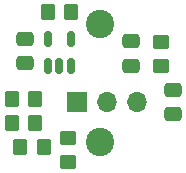
<source format=gbr>
%TF.GenerationSoftware,KiCad,Pcbnew,6.0.7-f9a2dced07~116~ubuntu20.04.1*%
%TF.CreationDate,2022-09-22T11:15:33+02:00*%
%TF.ProjectId,piezo_sensor_amplifier,7069657a-6f5f-4736-956e-736f725f616d,1.0*%
%TF.SameCoordinates,Original*%
%TF.FileFunction,Soldermask,Top*%
%TF.FilePolarity,Negative*%
%FSLAX46Y46*%
G04 Gerber Fmt 4.6, Leading zero omitted, Abs format (unit mm)*
G04 Created by KiCad (PCBNEW 6.0.7-f9a2dced07~116~ubuntu20.04.1) date 2022-09-22 11:15:33*
%MOMM*%
%LPD*%
G01*
G04 APERTURE LIST*
G04 Aperture macros list*
%AMRoundRect*
0 Rectangle with rounded corners*
0 $1 Rounding radius*
0 $2 $3 $4 $5 $6 $7 $8 $9 X,Y pos of 4 corners*
0 Add a 4 corners polygon primitive as box body*
4,1,4,$2,$3,$4,$5,$6,$7,$8,$9,$2,$3,0*
0 Add four circle primitives for the rounded corners*
1,1,$1+$1,$2,$3*
1,1,$1+$1,$4,$5*
1,1,$1+$1,$6,$7*
1,1,$1+$1,$8,$9*
0 Add four rect primitives between the rounded corners*
20,1,$1+$1,$2,$3,$4,$5,0*
20,1,$1+$1,$4,$5,$6,$7,0*
20,1,$1+$1,$6,$7,$8,$9,0*
20,1,$1+$1,$8,$9,$2,$3,0*%
G04 Aperture macros list end*
%ADD10RoundRect,0.250000X-0.475000X0.337500X-0.475000X-0.337500X0.475000X-0.337500X0.475000X0.337500X0*%
%ADD11C,2.400000*%
%ADD12RoundRect,0.250000X-0.350000X-0.450000X0.350000X-0.450000X0.350000X0.450000X-0.350000X0.450000X0*%
%ADD13R,1.700000X1.700000*%
%ADD14O,1.700000X1.700000*%
%ADD15RoundRect,0.250000X-0.450000X0.350000X-0.450000X-0.350000X0.450000X-0.350000X0.450000X0.350000X0*%
%ADD16RoundRect,0.250000X0.350000X0.450000X-0.350000X0.450000X-0.350000X-0.450000X0.350000X-0.450000X0*%
%ADD17RoundRect,0.150000X0.150000X-0.512500X0.150000X0.512500X-0.150000X0.512500X-0.150000X-0.512500X0*%
G04 APERTURE END LIST*
D10*
%TO.C,C3*%
X102616000Y-96477000D03*
X102616000Y-98552000D03*
%TD*%
D11*
%TO.C,Y1*%
X100000000Y-95000000D03*
X100000000Y-105000000D03*
%TD*%
D12*
%TO.C,R2*%
X92472000Y-103378000D03*
X94472000Y-103378000D03*
%TD*%
D13*
%TO.C,J1*%
X98044000Y-101600000D03*
D14*
X100584000Y-101600000D03*
X103124000Y-101600000D03*
%TD*%
D15*
%TO.C,C2*%
X97282000Y-104680000D03*
X97282000Y-106680000D03*
%TD*%
D12*
%TO.C,C1*%
X93218000Y-105410000D03*
X95218000Y-105410000D03*
%TD*%
D10*
%TO.C,C5*%
X106172000Y-100584000D03*
X106172000Y-102659000D03*
%TD*%
%TO.C,C4*%
X93573600Y-96266000D03*
X93573600Y-98341000D03*
%TD*%
D15*
%TO.C,R4*%
X105156000Y-96552000D03*
X105156000Y-98552000D03*
%TD*%
D16*
%TO.C,R1*%
X94472000Y-101346000D03*
X92472000Y-101346000D03*
%TD*%
D17*
%TO.C,U1*%
X95570000Y-98552000D03*
X96520000Y-98552000D03*
X97470000Y-98552000D03*
X97470000Y-96277000D03*
X95570000Y-96277000D03*
%TD*%
D16*
%TO.C,R3*%
X97536000Y-93980000D03*
X95536000Y-93980000D03*
%TD*%
M02*

</source>
